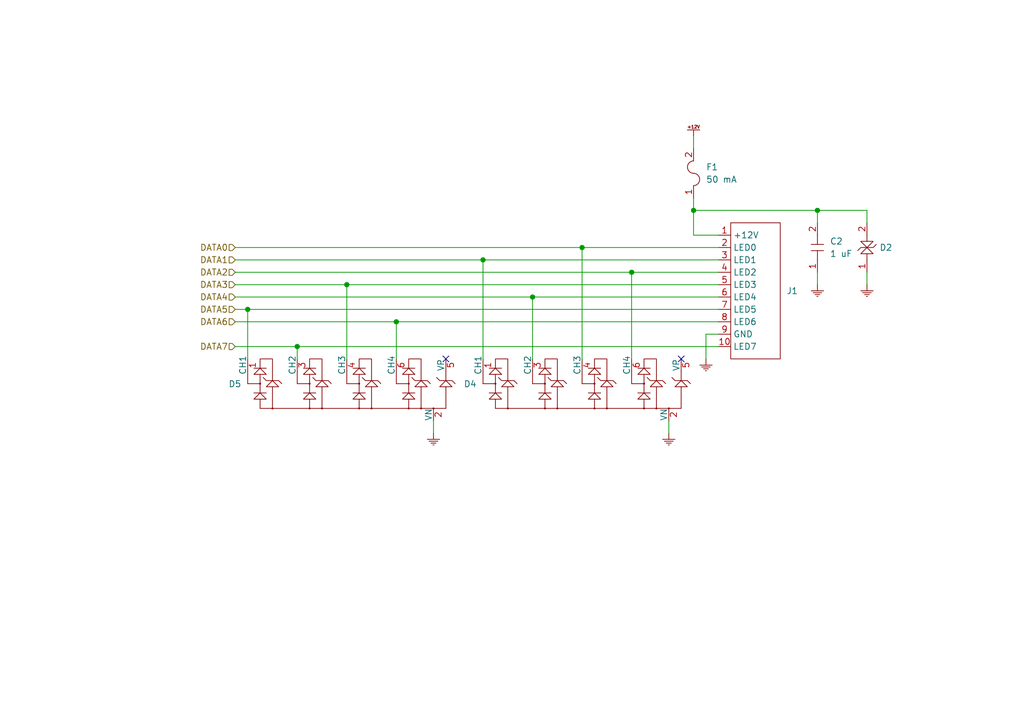
<source format=kicad_sch>
(kicad_sch (version 20230121) (generator eeschema)
  (paper "A5")
  (lib_symbols
    (symbol "zandmd:+12V" (power) (pin_names (offset 0))
      (symbol "+12V_0_1"
        (polyline (pts (xy -1.27 1.27) (xy 1.27 1.27)))
        (polyline (pts (xy 0 0) (xy 0 1.27)))
      )
      (symbol "+12V_1_1"
        (text "+12V" (at 0 1.905 0) (effects (font (size 0.635 0.635))))
        (pin power_in line (at 0 0 90) (length 0) hide (name "+12V") (number "1"))
      )
    )
    (symbol "zandmd:302-S101"
      (property "Reference" "J" (at 0 0 0))
      (symbol "302-S101_0_1"
        (rectangle (start 2.54 27.94) (end 12.7 0))
      )
      (symbol "302-S101_1_1"
        (pin unspecified line (at 0 25.4 0) (length 2.54) (name "P1") (number "1") (alternate "+12V" power_out line))
        (pin unspecified line (at 0 2.54 0) (length 2.54) (name "P10") (number "10") (alternate "LED7" input line))
        (pin unspecified line (at 0 22.86 0) (length 2.54) (name "P2") (number "2") (alternate "LED0" input line))
        (pin unspecified line (at 0 20.32 0) (length 2.54) (name "P3") (number "3") (alternate "LED1" input line))
        (pin unspecified line (at 0 17.78 0) (length 2.54) (name "P4") (number "4") (alternate "LED2" input line))
        (pin unspecified line (at 0 15.24 0) (length 2.54) (name "P5") (number "5") (alternate "LED3" input line))
        (pin unspecified line (at 0 12.7 0) (length 2.54) (name "P6") (number "6") (alternate "GND" passive line) (alternate "LED4" input line))
        (pin unspecified line (at 0 10.16 0) (length 2.54) (name "P7") (number "7") (alternate "LED5" input line))
        (pin unspecified line (at 0 7.62 0) (length 2.54) (name "P8") (number "8") (alternate "LED6" input line))
        (pin unspecified line (at 0 5.08 0) (length 2.54) (name "P9") (number "9") (alternate "GND" passive line))
      )
    )
    (symbol "zandmd:CAPACITOR" (pin_names (offset 0))
      (property "Reference" "C" (at 0 0 0))
      (property "Value" "C" (at 0 0 0))
      (symbol "CAPACITOR_0_1"
        (polyline (pts (xy 2.54 0) (xy 4.445 0)))
        (polyline (pts (xy 4.445 1.27) (xy 4.445 -1.27)))
        (polyline (pts (xy 5.715 1.27) (xy 5.715 -1.27)))
        (polyline (pts (xy 7.62 0) (xy 5.715 0)))
      )
      (symbol "CAPACITOR_1_1"
        (pin passive line (at 0 0 0) (length 2.54) (name "") (number "1"))
        (pin passive line (at 10.16 0 180) (length 2.54) (name "") (number "2"))
      )
    )
    (symbol "zandmd:CM1293A-04SO" (pin_names (offset 0))
      (property "Reference" "D" (at 0 0 0))
      (symbol "CM1293A-04SO_0_1"
        (polyline (pts (xy 0 10.16) (xy 0 7.62)))
        (polyline (pts (xy 1.27 5.715) (xy 3.81 5.715)))
        (polyline (pts (xy 1.27 10.795) (xy 3.81 10.795)))
        (polyline (pts (xy 2.54 4.445) (xy 2.54 2.54)))
        (polyline (pts (xy 2.54 7.62) (xy 0 7.62)))
        (polyline (pts (xy 2.54 9.525) (xy 2.54 5.715)))
        (polyline (pts (xy 5.08 6.985) (xy 5.08 2.54)))
        (polyline (pts (xy 10.16 10.16) (xy 10.16 7.62)))
        (polyline (pts (xy 11.43 5.715) (xy 13.97 5.715)))
        (polyline (pts (xy 11.43 10.795) (xy 13.97 10.795)))
        (polyline (pts (xy 12.7 4.445) (xy 12.7 2.54)))
        (polyline (pts (xy 12.7 7.62) (xy 10.16 7.62)))
        (polyline (pts (xy 12.7 9.525) (xy 12.7 5.715)))
        (polyline (pts (xy 15.24 6.985) (xy 15.24 2.54)))
        (polyline (pts (xy 20.32 10.16) (xy 20.32 7.62)))
        (polyline (pts (xy 21.59 5.715) (xy 24.13 5.715)))
        (polyline (pts (xy 21.59 10.795) (xy 24.13 10.795)))
        (polyline (pts (xy 22.86 4.445) (xy 22.86 2.54)))
        (polyline (pts (xy 22.86 7.62) (xy 20.32 7.62)))
        (polyline (pts (xy 22.86 9.525) (xy 22.86 5.715)))
        (polyline (pts (xy 25.4 6.985) (xy 25.4 2.54)))
        (polyline (pts (xy 30.48 10.16) (xy 30.48 7.62)))
        (polyline (pts (xy 31.75 5.715) (xy 34.29 5.715)))
        (polyline (pts (xy 31.75 10.795) (xy 34.29 10.795)))
        (polyline (pts (xy 33.02 4.445) (xy 33.02 2.54)))
        (polyline (pts (xy 33.02 7.62) (xy 30.48 7.62)))
        (polyline (pts (xy 33.02 9.525) (xy 33.02 5.715)))
        (polyline (pts (xy 35.56 6.985) (xy 35.56 2.54)))
        (polyline (pts (xy 40.64 2.54) (xy 2.54 2.54)))
        (polyline (pts (xy 40.64 6.985) (xy 40.64 2.54)))
        (polyline (pts (xy 40.64 8.255) (xy 40.64 10.16)))
        (polyline (pts (xy 2.54 5.715) (xy 1.27 4.445) (xy 3.81 4.445) (xy 2.54 5.715)))
        (polyline (pts (xy 2.54 10.795) (xy 1.27 9.525) (xy 3.81 9.525) (xy 2.54 10.795)))
        (polyline (pts (xy 2.54 10.795) (xy 2.54 12.7) (xy 5.08 12.7) (xy 5.08 8.255)))
        (polyline (pts (xy 5.08 8.255) (xy 3.81 6.985) (xy 6.35 6.985) (xy 5.08 8.255)))
        (polyline (pts (xy 6.985 7.62) (xy 6.35 8.255) (xy 3.81 8.255) (xy 3.175 8.89)))
        (polyline (pts (xy 12.7 5.715) (xy 11.43 4.445) (xy 13.97 4.445) (xy 12.7 5.715)))
        (polyline (pts (xy 12.7 10.795) (xy 11.43 9.525) (xy 13.97 9.525) (xy 12.7 10.795)))
        (polyline (pts (xy 12.7 10.795) (xy 12.7 12.7) (xy 15.24 12.7) (xy 15.24 8.255)))
        (polyline (pts (xy 15.24 8.255) (xy 13.97 6.985) (xy 16.51 6.985) (xy 15.24 8.255)))
        (polyline (pts (xy 17.145 7.62) (xy 16.51 8.255) (xy 13.97 8.255) (xy 13.335 8.89)))
        (polyline (pts (xy 22.86 5.715) (xy 21.59 4.445) (xy 24.13 4.445) (xy 22.86 5.715)))
        (polyline (pts (xy 22.86 10.795) (xy 21.59 9.525) (xy 24.13 9.525) (xy 22.86 10.795)))
        (polyline (pts (xy 22.86 10.795) (xy 22.86 12.7) (xy 25.4 12.7) (xy 25.4 8.255)))
        (polyline (pts (xy 25.4 8.255) (xy 24.13 6.985) (xy 26.67 6.985) (xy 25.4 8.255)))
        (polyline (pts (xy 27.305 7.62) (xy 26.67 8.255) (xy 24.13 8.255) (xy 23.495 8.89)))
        (polyline (pts (xy 33.02 5.715) (xy 31.75 4.445) (xy 34.29 4.445) (xy 33.02 5.715)))
        (polyline (pts (xy 33.02 10.795) (xy 31.75 9.525) (xy 34.29 9.525) (xy 33.02 10.795)))
        (polyline (pts (xy 33.02 10.795) (xy 33.02 12.7) (xy 35.56 12.7) (xy 35.56 8.255)))
        (polyline (pts (xy 35.56 8.255) (xy 34.29 6.985) (xy 36.83 6.985) (xy 35.56 8.255)))
        (polyline (pts (xy 37.465 7.62) (xy 36.83 8.255) (xy 34.29 8.255) (xy 33.655 8.89)))
        (polyline (pts (xy 40.64 8.255) (xy 39.37 6.985) (xy 41.91 6.985) (xy 40.64 8.255)))
        (polyline (pts (xy 42.545 7.62) (xy 41.91 8.255) (xy 39.37 8.255) (xy 38.735 8.89)))
        (circle (center 2.54 7.62) (radius 0.127))
        (circle (center 5.08 2.54) (radius 0.127))
        (circle (center 12.7 2.54) (radius 0.127))
        (circle (center 12.7 7.62) (radius 0.127))
        (circle (center 15.24 2.54) (radius 0.127))
        (circle (center 22.86 2.54) (radius 0.127))
        (circle (center 22.86 7.62) (radius 0.127))
        (circle (center 25.4 2.54) (radius 0.127))
        (circle (center 33.02 2.54) (radius 0.127))
        (circle (center 33.02 7.62) (radius 0.127))
        (circle (center 35.56 2.54) (radius 0.127))
        (circle (center 38.1 2.54) (radius 0.127))
      )
      (symbol "CM1293A-04SO_1_1"
        (pin passive line (at 0 12.7 270) (length 2.54) (name "CH1") (number "1"))
        (pin passive line (at 38.1 0 90) (length 2.54) (name "VN") (number "2"))
        (pin passive line (at 10.16 12.7 270) (length 2.54) (name "CH2") (number "3"))
        (pin passive line (at 20.32 12.7 270) (length 2.54) (name "CH3") (number "4"))
        (pin passive line (at 40.64 12.7 270) (length 2.54) (name "VP") (number "5"))
        (pin passive line (at 30.48 12.7 270) (length 2.54) (name "CH4") (number "6"))
      )
    )
    (symbol "zandmd:GND" (power) (pin_names (offset 0))
      (symbol "GND_0_1"
        (polyline (pts (xy -1.27 -1.27) (xy 1.27 -1.27)))
        (polyline (pts (xy -0.889 -1.651) (xy 0.889 -1.651)))
        (polyline (pts (xy -0.508 -2.032) (xy 0.508 -2.032)))
        (polyline (pts (xy -0.127 -2.413) (xy 0.127 -2.413)))
        (polyline (pts (xy 0 0) (xy 0 -1.27)))
      )
      (symbol "GND_1_1"
        (pin power_in line (at 0 0 270) (length 0) hide (name "GND") (number "1"))
      )
    )
    (symbol "zandmd:PTC" (pin_names (offset 0))
      (property "Reference" "F" (at 0 0 0))
      (symbol "PTC_0_1"
        (arc (start 2.54 0) (mid 3.81 -1.2542) (end 5.08 0))
        (arc (start 7.62 0) (mid 6.35 1.2542) (end 5.08 0))
      )
      (symbol "PTC_1_1"
        (pin passive line (at 0 0 0) (length 2.54) (name "") (number "1"))
        (pin passive line (at 10.16 0 180) (length 2.54) (name "") (number "2"))
      )
    )
    (symbol "zandmd:SMAJ15CA" (pin_names (offset 0))
      (property "Reference" "D" (at 0 0 0))
      (symbol "SMAJ15CA_0_1"
        (polyline (pts (xy 3.81 0) (xy 2.54 0)))
        (polyline (pts (xy 7.62 0) (xy 6.35 0)))
        (polyline (pts (xy 5.08 0) (xy 3.81 1.27) (xy 3.81 -1.27) (xy 5.08 0)))
        (polyline (pts (xy 5.08 0) (xy 6.35 -1.27) (xy 6.35 1.27) (xy 5.08 0)))
        (polyline (pts (xy 5.715 -1.905) (xy 5.08 -1.27) (xy 5.08 1.27) (xy 4.445 1.905)))
      )
      (symbol "SMAJ15CA_1_1"
        (pin passive line (at 0 0 0) (length 2.54) (name "") (number "1"))
        (pin passive line (at 10.16 0 180) (length 2.54) (name "") (number "2"))
      )
    )
  )
  (junction (at 142.24 43.18))
  (junction (at 99.06 53.34))
  (junction (at 109.22 60.96))
  (junction (at 50.8 63.5))
  (junction (at 71.12 58.42))
  (junction (at 129.54 55.88))
  (junction (at 167.64 43.18))
  (junction (at 81.28 66.04))
  (junction (at 119.38 50.8))
  (junction (at 60.96 71.12))
  (no_connect (at 139.7 73.66))
  (no_connect (at 91.44 73.66))
  (wire (pts (xy 50.8 63.5) (xy 147.32 63.5)))
  (wire (pts (xy 81.28 66.04) (xy 147.32 66.04)))
  (wire (pts (xy 60.96 71.12) (xy 60.96 73.66)))
  (wire (pts (xy 177.8 55.88) (xy 177.8 58.42)))
  (wire (pts (xy 99.06 53.34) (xy 99.06 73.66)))
  (wire (pts (xy 167.64 43.18) (xy 177.8 43.18)))
  (wire (pts (xy 144.78 68.58) (xy 144.78 73.66)))
  (wire (pts (xy 109.22 60.96) (xy 147.32 60.96)))
  (wire (pts (xy 60.96 71.12) (xy 147.32 71.12)))
  (wire (pts (xy 109.22 60.96) (xy 109.22 73.66)))
  (wire (pts (xy 147.32 48.26) (xy 142.24 48.26)))
  (wire (pts (xy 48.26 66.04) (xy 81.28 66.04)))
  (wire (pts (xy 142.24 48.26) (xy 142.24 43.18)))
  (wire (pts (xy 177.8 45.72) (xy 177.8 43.18)))
  (wire (pts (xy 71.12 73.66) (xy 71.12 58.42)))
  (wire (pts (xy 48.26 71.12) (xy 60.96 71.12)))
  (wire (pts (xy 167.64 43.18) (xy 142.24 43.18)))
  (wire (pts (xy 119.38 50.8) (xy 147.32 50.8)))
  (wire (pts (xy 71.12 58.42) (xy 147.32 58.42)))
  (wire (pts (xy 81.28 73.66) (xy 81.28 66.04)))
  (wire (pts (xy 119.38 50.8) (xy 119.38 73.66)))
  (wire (pts (xy 142.24 40.64) (xy 142.24 43.18)))
  (wire (pts (xy 142.24 27.94) (xy 142.24 30.48)))
  (wire (pts (xy 129.54 55.88) (xy 129.54 73.66)))
  (wire (pts (xy 48.26 50.8) (xy 119.38 50.8)))
  (wire (pts (xy 167.64 45.72) (xy 167.64 43.18)))
  (wire (pts (xy 88.9 86.36) (xy 88.9 88.9)))
  (wire (pts (xy 167.64 55.88) (xy 167.64 58.42)))
  (wire (pts (xy 129.54 55.88) (xy 147.32 55.88)))
  (wire (pts (xy 147.32 68.58) (xy 144.78 68.58)))
  (wire (pts (xy 48.26 60.96) (xy 109.22 60.96)))
  (wire (pts (xy 48.26 58.42) (xy 71.12 58.42)))
  (wire (pts (xy 137.16 86.36) (xy 137.16 88.9)))
  (wire (pts (xy 48.26 53.34) (xy 99.06 53.34)))
  (wire (pts (xy 99.06 53.34) (xy 147.32 53.34)))
  (wire (pts (xy 48.26 55.88) (xy 129.54 55.88)))
  (wire (pts (xy 48.26 63.5) (xy 50.8 63.5)))
  (wire (pts (xy 50.8 63.5) (xy 50.8 73.66)))
  (hierarchical_label "DATA3" (shape input) (at 48.26 58.42 180))
  (hierarchical_label "DATA6" (shape input) (at 48.26 66.04 180))
  (hierarchical_label "DATA0" (shape input) (at 48.26 50.8 180))
  (hierarchical_label "DATA1" (shape input) (at 48.26 53.34 180))
  (hierarchical_label "DATA7" (shape input) (at 48.26 71.12 180))
  (hierarchical_label "DATA4" (shape input) (at 48.26 60.96 180))
  (hierarchical_label "DATA2" (shape input) (at 48.26 55.88 180))
  (hierarchical_label "DATA5" (shape input) (at 48.26 63.5 180))
  (symbol (lib_id "zandmd:GND") (at 167.64 58.42 0) (unit 1)
    (property "Reference" "#PWR027" (effects hide))
    (property "Value" "GND" (effects hide))
  )
  (symbol (lib_id "zandmd:CM1293A-04SO") (at 50.8 86.36 0) (unit 1)
    (property "Reference" "D5" (at 49.53 78.8035 0) (effects (justify right)))
    (property "Value" "CM1293A-04SO" (effects hide))
    (property "Footprint" "zandmd:CM1293A-04SO" (effects hide))
    (property "Datasheet" "https://www.onsemi.com/pdf/datasheet/cm1293a-04so-d.pdf" (effects hide))
    (property "Sim.Enable" "0" (effects hide))
  )
  (symbol (lib_id "zandmd:GND") (at 88.9 88.9 0) (unit 1)
    (property "Reference" "#PWR028" (effects hide))
    (property "Value" "GND" (effects hide))
  )
  (symbol (lib_id "zandmd:GND") (at 144.78 73.66 0) (unit 1)
    (property "Reference" "#PWR026" (effects hide))
    (property "Value" "GND" (effects hide))
  )
  (symbol (lib_id "zandmd:GND") (at 177.8 58.42 0) (unit 1)
    (property "Reference" "#PWR048" (effects hide))
    (property "Value" "GND" (effects hide))
  )
  (symbol (lib_id "zandmd:CM1293A-04SO") (at 99.06 86.36 0) (unit 1)
    (property "Reference" "D4" (at 97.79 78.8035 0) (effects (justify right)))
    (property "Value" "CM1293A-04SO" (effects hide))
    (property "Footprint" "zandmd:CM1293A-04SO" (effects hide))
    (property "Datasheet" "https://www.onsemi.com/pdf/datasheet/cm1293a-04so-d.pdf" (effects hide))
    (property "Sim.Enable" "0" (effects hide))
  )
  (symbol (lib_id "zandmd:GND") (at 137.16 88.9 0) (unit 1)
    (property "Reference" "#PWR029" (effects hide))
    (property "Value" "GND" (effects hide))
  )
  (symbol (lib_id "zandmd:+12V") (at 142.24 27.94 0) (unit 1)
    (property "Reference" "#PWR025" (effects hide))
    (property "Value" "+12V" (effects hide))
  )
  (symbol (lib_id "zandmd:PTC") (at 142.24 40.64 90) (unit 1)
    (property "Reference" "F1" (at 144.78 34.29 90) (effects (justify right)))
    (property "Value" "50 mA" (at 144.78 36.83 90) (effects (justify right)))
    (property "Footprint" "zandmd:PASSIVE-NPOL-1206" (effects hide))
    (property "Sim.Enable" "0" (effects hide))
    (instances (project "neopixel-controller" (path "" (reference "F1") (unit 1)) (path "" (reference "F2") (unit 1)) (path "" (reference "F3") (unit 1)) (path "" (reference "F4") (unit 1)) (path "" (reference "F5") (unit 1)) (path "" (reference "F6") (unit 1)) (path "" (reference "F7") (unit 1)) (path "" (reference "F8") (unit 1)) (path "" (reference "F1") (unit 1))))
  )
  (symbol (lib_id "zandmd:SMAJ15CA") (at 177.8 55.88 90) (unit 1)
    (property "Reference" "D2" (at 180.34 50.8 90) (effects (justify right)))
    (property "Value" "SMAJ15CA" (effects hide))
    (property "Footprint" "zandmd:SMAJ15CA" (effects hide))
    (property "Datasheet" "https://goodarksemi.com/docs/datasheets/transient_voltage_suppressors/SMAJx.pdf" (effects hide))
    (property "Sim.Enable" "0" (effects hide))
  )
  (symbol (lib_id "zandmd:CAPACITOR") (at 167.64 55.88 90) (unit 1)
    (property "Reference" "C2" (at 170.18 49.53 90) (effects (justify right)))
    (property "Value" "1 uF" (at 170.18 52.07 90) (effects (justify right)))
    (property "Footprint" "zandmd:PASSIVE-NPOL-0805" (effects hide))
    (property "Sim.Device" "C" (effects hide))
    (property "Sim.Pins" "1=+ 2=-" (effects hide))
  )
  (symbol (lib_id "zandmd:302-S101") (at 147.32 73.66 0) (unit 1)
    (property "Reference" "J1" (at 161.29 59.69 0) (effects (justify left)))
    (property "Value" "302-S101" (effects hide))
    (property "Footprint" "zandmd:302-S101" (effects hide))
    (property "Datasheet" "http://www.on-shore.com/wp-content/uploads/2018/04/302-SXX1.pdf" (effects hide))
    (property "Sim.Enable" "0" (effects hide))
    (pin "1" (alternate "+12V"))
    (pin "10" (alternate "LED7"))
    (pin "2" (alternate "LED0"))
    (pin "3" (alternate "LED1"))
    (pin "4" (alternate "LED2"))
    (pin "5" (alternate "LED3"))
    (pin "6" (alternate "LED4"))
    (pin "7" (alternate "LED5"))
    (pin "8" (alternate "LED6"))
    (pin "9" (alternate "GND"))
  )
)
</source>
